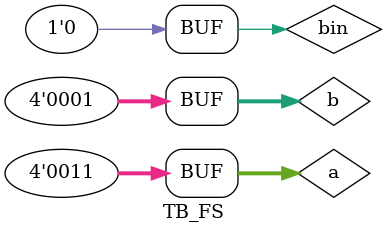
<source format=v>
module fullsub_4bit (
    input  [3:0] A, B,
    input        Bin,
    output [3:0] Diff,
    output       Bout
);
    assign {Bout, Diff} = A - B - Bin;
endmodule

// Testbench
module TB_FS();
    reg  [3:0] a, b;
    reg        bin;
    wire [3:0] diff;
    wire       bout;

    fullsub_4bit fs (
        .A(a),
        .B(b),
        .Bin(bin),
        .Diff(diff),
        .Bout(bout)
    );

    initial begin
        $dumpfile("fa.vcd");
        $dumpvars(0, TB_FS);
        a = 4'b0000; b = 4'b0001; bin = 1'b0; #10;
        a = 4'b0011; b = 4'b0011; bin = 1'b0; #10;
        a = 4'b1111; b = 4'b1011; bin = 1'b0; #10;
        a = 4'b0011; b = 4'b0001; bin = 1'b0; #10;
    end
    
endmodule

</source>
